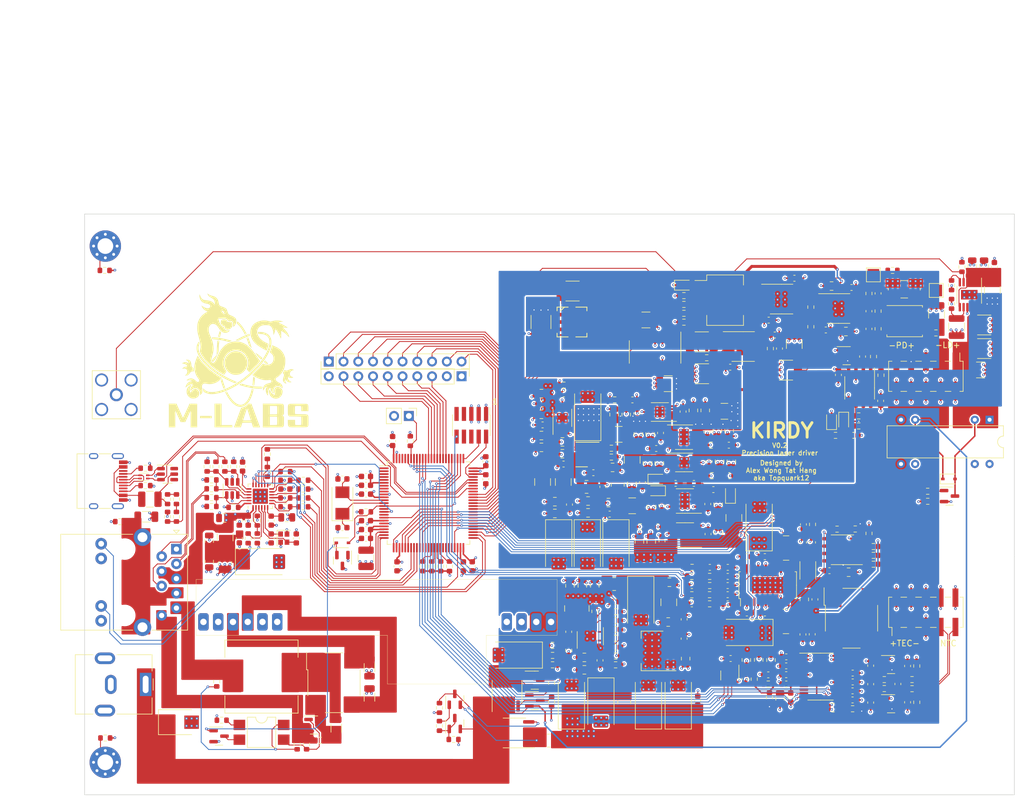
<source format=kicad_pcb>
(kicad_pcb (version 20211014) (generator pcbnew)

  (general
    (thickness 1.6)
  )

  (paper "A4")
  (layers
    (0 "F.Cu" signal)
    (1 "In1.Cu" signal)
    (2 "In2.Cu" signal)
    (31 "B.Cu" signal)
    (32 "B.Adhes" user "B.Adhesive")
    (33 "F.Adhes" user "F.Adhesive")
    (34 "B.Paste" user)
    (35 "F.Paste" user)
    (36 "B.SilkS" user "B.Silkscreen")
    (37 "F.SilkS" user "F.Silkscreen")
    (38 "B.Mask" user)
    (39 "F.Mask" user)
    (40 "Dwgs.User" user "User.Drawings")
    (41 "Cmts.User" user "User.Comments")
    (42 "Eco1.User" user "User.Eco1")
    (43 "Eco2.User" user "User.Eco2")
    (44 "Edge.Cuts" user)
    (45 "Margin" user)
    (46 "B.CrtYd" user "B.Courtyard")
    (47 "F.CrtYd" user "F.Courtyard")
    (48 "B.Fab" user)
    (49 "F.Fab" user)
    (50 "User.1" user)
    (51 "User.2" user)
    (52 "User.3" user)
    (53 "User.4" user)
    (54 "User.5" user)
    (55 "User.6" user)
    (56 "User.7" user)
    (57 "User.8" user)
    (58 "User.9" user)
  )

  (setup
    (stackup
      (layer "F.SilkS" (type "Top Silk Screen"))
      (layer "F.Paste" (type "Top Solder Paste"))
      (layer "F.Mask" (type "Top Solder Mask") (thickness 0.01))
      (layer "F.Cu" (type "copper") (thickness 0.035))
      (layer "dielectric 1" (type "core") (thickness 0.48) (material "FR4") (epsilon_r 4.5) (loss_tangent 0.02))
      (layer "In1.Cu" (type "copper") (thickness 0.035))
      (layer "dielectric 2" (type "prepreg") (thickness 0.48) (material "FR4") (epsilon_r 4.5) (loss_tangent 0.02))
      (layer "In2.Cu" (type "copper") (thickness 0.035))
      (layer "dielectric 3" (type "core") (thickness 0.48) (material "FR4") (epsilon_r 4.5) (loss_tangent 0.02))
      (layer "B.Cu" (type "copper") (thickness 0.035))
      (layer "B.Mask" (type "Bottom Solder Mask") (thickness 0.01))
      (layer "B.Paste" (type "Bottom Solder Paste"))
      (layer "B.SilkS" (type "Bottom Silk Screen"))
      (copper_finish "ENIG")
      (dielectric_constraints no)
    )
    (pad_to_mask_clearance 0)
    (pcbplotparams
      (layerselection 0x00010fc_ffffffff)
      (disableapertmacros false)
      (usegerberextensions true)
      (usegerberattributes false)
      (usegerberadvancedattributes false)
      (creategerberjobfile true)
      (svguseinch false)
      (svgprecision 6)
      (excludeedgelayer true)
      (plotframeref false)
      (viasonmask false)
      (mode 1)
      (useauxorigin false)
      (hpglpennumber 1)
      (hpglpenspeed 20)
      (hpglpendiameter 15.000000)
      (dxfpolygonmode true)
      (dxfimperialunits true)
      (dxfusepcbnewfont true)
      (psnegative false)
      (psa4output false)
      (plotreference false)
      (plotvalue false)
      (plotinvisibletext false)
      (sketchpadsonfab false)
      (subtractmaskfromsilk true)
      (outputformat 1)
      (mirror false)
      (drillshape 0)
      (scaleselection 1)
      (outputdirectory "gerbers")
    )
  )

  (net 0 "")
  (net 1 "+5VA")
  (net 2 "GND")
  (net 3 "Net-(C2-Pad2)")
  (net 4 "Net-(C5-Pad1)")
  (net 5 "Net-(C14-Pad1)")
  (net 6 "Net-(C6-Pad1)")
  (net 7 "+9VA")
  (net 8 "-6V")
  (net 9 "+15V")
  (net 10 "Net-(C13-Pad1)")
  (net 11 "Net-(C13-Pad2)")
  (net 12 "/MCU/PD_MON")
  (net 13 "/driveStage/PD_A")
  (net 14 "Net-(C18-Pad1)")
  (net 15 "Net-(C19-Pad1)")
  (net 16 "+3V3")
  (net 17 "Net-(C21-Pad2)")
  (net 18 "Net-(C22-Pad1)")
  (net 19 "/MCU/VREF")
  (net 20 "+12V")
  (net 21 "Net-(C37-Pad2)")
  (net 22 "Net-(C38-Pad1)")
  (net 23 "Net-(C38-Pad2)")
  (net 24 "Net-(C40-Pad1)")
  (net 25 "Net-(C42-Pad2)")
  (net 26 "Net-(C43-Pad2)")
  (net 27 "-9V")
  (net 28 "IN")
  (net 29 "Net-(C50-Pad1)")
  (net 30 "Net-(C51-Pad1)")
  (net 31 "Net-(C52-Pad1)")
  (net 32 "Net-(C53-Pad1)")
  (net 33 "Net-(C54-Pad1)")
  (net 34 "Net-(C55-Pad1)")
  (net 35 "Net-(C69-Pad1)")
  (net 36 "Net-(C71-Pad1)")
  (net 37 "Net-(C72-Pad1)")
  (net 38 "Net-(C73-Pad1)")
  (net 39 "Net-(C74-Pad1)")
  (net 40 "+9V")
  (net 41 "+8V")
  (net 42 "+3.3VA")
  (net 43 "/thermostat/DAC_REF")
  (net 44 "/thermostat/ADC_REF")
  (net 45 "/thermostat/ADC_A3V3")
  (net 46 "/thermostat/ADC_D3V3")
  (net 47 "Net-(C102-Pad1)")
  (net 48 "Net-(C103-Pad1)")
  (net 49 "Net-(C104-Pad1)")
  (net 50 "/thermostat/MAXV")
  (net 51 "/thermostat/MAXIP")
  (net 52 "/thermostat/MAXIN")
  (net 53 "Net-(C110-Pad1)")
  (net 54 "Net-(C115-Pad1)")
  (net 55 "Net-(C117-Pad1)")
  (net 56 "/MCU/TEC_ISEN")
  (net 57 "Net-(C119-Pad1)")
  (net 58 "/MCU/TEC_VREF")
  (net 59 "Net-(C122-Pad2)")
  (net 60 "Net-(C123-Pad2)")
  (net 61 "Net-(C125-Pad1)")
  (net 62 "+5V")
  (net 63 "Net-(C132-Pad2)")
  (net 64 "Net-(C133-Pad2)")
  (net 65 "Net-(C135-Pad2)")
  (net 66 "Net-(C136-Pad2)")
  (net 67 "Net-(C141-Pad1)")
  (net 68 "Net-(C145-Pad1)")
  (net 69 "Net-(C145-Pad2)")
  (net 70 "Net-(C146-Pad1)")
  (net 71 "Net-(C147-Pad1)")
  (net 72 "Net-(C148-Pad1)")
  (net 73 "Net-(C149-Pad1)")
  (net 74 "Net-(C149-Pad2)")
  (net 75 "Net-(C150-Pad1)")
  (net 76 "Net-(C151-Pad1)")
  (net 77 "Net-(C152-Pad1)")
  (net 78 "Net-(C152-Pad2)")
  (net 79 "Net-(C158-Pad1)")
  (net 80 "Net-(C162-Pad2)")
  (net 81 "Net-(C163-Pad2)")
  (net 82 "Net-(C164-Pad1)")
  (net 83 "/Ehternet/AVDDT_PHY")
  (net 84 "/Ehternet/ETH_SHIELD")
  (net 85 "Net-(D1-Pad2)")
  (net 86 "/MCU/MCU_RSTn")
  (net 87 "/MCU/RST")
  (net 88 "Net-(FB12-Pad1)")
  (net 89 "Net-(FB12-Pad2)")
  (net 90 "/thermostat/TEC+")
  (net 91 "/thermostat/TEC-")
  (net 92 "Net-(C155-Pad1)")
  (net 93 "Net-(C174-Pad2)")
  (net 94 "/MCU/USB_DP")
  (net 95 "/MCU/USB_DN")
  (net 96 "Net-(C175-Pad1)")
  (net 97 "/MCU/SWDIO")
  (net 98 "/MCU/SWCLK")
  (net 99 "unconnected-(J4-Pad6)")
  (net 100 "unconnected-(J4-Pad7)")
  (net 101 "unconnected-(J4-Pad8)")
  (net 102 "unconnected-(J4-Pad9)")
  (net 103 "Net-(J6-Pad1)")
  (net 104 "Net-(J6-Pad2)")
  (net 105 "Net-(J6-Pad3)")
  (net 106 "Net-(J6-Pad6)")
  (net 107 "/Ehternet/POE_VC-")
  (net 108 "/Ehternet/POE_VC+")
  (net 109 "Net-(J6-Pad11)")
  (net 110 "Net-(J6-Pad13)")
  (net 111 "Net-(J7-PadA5)")
  (net 112 "unconnected-(J7-PadA8)")
  (net 113 "Net-(J7-PadB5)")
  (net 114 "unconnected-(J7-PadB8)")
  (net 115 "/driveStage/LD-")
  (net 116 "/thermostat/NTC+")
  (net 117 "/thermostat/NTC-")
  (net 118 "Net-(JP1-Pad1)")
  (net 119 "Net-(L2-Pad1)")
  (net 120 "Net-(L3-Pad1)")
  (net 121 "Net-(Q1-Pad1)")
  (net 122 "Net-(Q2-Pad3)")
  (net 123 "Net-(Q3-Pad1)")
  (net 124 "Net-(Q4-Pad1)")
  (net 125 "Net-(Q5-Pad4)")
  (net 126 "Net-(Q6-Pad1)")
  (net 127 "Net-(C175-Pad2)")
  (net 128 "Net-(R4-Pad2)")
  (net 129 "Net-(C178-Pad1)")
  (net 130 "Net-(R7-Pad2)")
  (net 131 "Net-(C185-Pad1)")
  (net 132 "Net-(C188-Pad1)")
  (net 133 "Net-(R14-Pad2)")
  (net 134 "Net-(R15-Pad2)")
  (net 135 "Net-(R16-Pad2)")
  (net 136 "Net-(R17-Pad2)")
  (net 137 "Net-(C192-Pad1)")
  (net 138 "Net-(D10-Pad2)")
  (net 139 "Net-(R24-Pad2)")
  (net 140 "Net-(R29-Pad2)")
  (net 141 "Net-(R30-Pad2)")
  (net 142 "/MCU/PWM_MAXV")
  (net 143 "/MCU/PWM_MAXIP")
  (net 144 "/MCU/PWM_MAXIN")
  (net 145 "Net-(R41-Pad1)")
  (net 146 "Net-(R42-Pad2)")
  (net 147 "Net-(FL1-Pad1)")
  (net 148 "Net-(R46-Pad2)")
  (net 149 "/MCU/TEC_VSEN")
  (net 150 "Net-(R48-Pad2)")
  (net 151 "Net-(R56-Pad2)")
  (net 152 "Net-(R57-Pad2)")
  (net 153 "Net-(R60-Pad2)")
  (net 154 "Net-(R63-Pad1)")
  (net 155 "Net-(R65-Pad1)")
  (net 156 "Net-(D12-Pad2)")
  (net 157 "/MCU/POE_PWR_SRC")
  (net 158 "/Ehternet/RMII_RXD0")
  (net 159 "Net-(R73-Pad2)")
  (net 160 "/Ehternet/RMII_RXD1")
  (net 161 "Net-(R74-Pad2)")
  (net 162 "/Ehternet/RMII_CRS_DV")
  (net 163 "Net-(R75-Pad2)")
  (net 164 "/Ehternet/RMII_REF_CLK")
  (net 165 "Net-(R76-Pad2)")
  (net 166 "/Ehternet/RMII_MDIO")
  (net 167 "Net-(R82-Pad2)")
  (net 168 "/Ehternet/ETH_LED_1")
  (net 169 "Net-(R84-Pad1)")
  (net 170 "/Ehternet/PHY_TD_P")
  (net 171 "/Ehternet/PHY_TD_N")
  (net 172 "/Ehternet/PHY_RD_P")
  (net 173 "/Ehternet/PHY_RD_N")
  (net 174 "/Ehternet/ETH_LED_2")
  (net 175 "Net-(R94-Pad2)")
  (net 176 "Net-(R95-Pad1)")
  (net 177 "/MCU/USB_VBUS")
  (net 178 "/MCU/LDAC_LOAD")
  (net 179 "/MCU/LDAC_CLK")
  (net 180 "/MCU/LDAC_MOSI")
  (net 181 "/MCU/LDAC_CS")
  (net 182 "/MCU/TADC_SYNC")
  (net 183 "/MCU/TADC_MISO")
  (net 184 "/MCU/TDAC_MOSI")
  (net 185 "/MCU/TADC_CLK")
  (net 186 "/MCU/TDAC_CLK")
  (net 187 "/MCU/TADC_CS")
  (net 188 "/MCU/TDAC_SYNC")
  (net 189 "/MCU/TADC_MOSI")
  (net 190 "Net-(U1-Pad6)")
  (net 191 "unconnected-(U2-Pad1)")
  (net 192 "unconnected-(U2-Pad9)")
  (net 193 "unconnected-(U2-Pad13)")
  (net 194 "unconnected-(U7-Pad1)")
  (net 195 "unconnected-(U7-Pad2)")
  (net 196 "unconnected-(U7-Pad3)")
  (net 197 "unconnected-(U7-Pad4)")
  (net 198 "unconnected-(U7-Pad5)")
  (net 199 "unconnected-(U7-Pad7)")
  (net 200 "unconnected-(U7-Pad8)")
  (net 201 "unconnected-(U7-Pad9)")
  (net 202 "unconnected-(U7-Pad15)")
  (net 203 "/Ehternet/RMII_MDC")
  (net 204 "/Ehternet/PHY_NRST")
  (net 205 "/MCU/TEC_SHDN")
  (net 206 "unconnected-(U7-Pad37)")
  (net 207 "unconnected-(U7-Pad38)")
  (net 208 "unconnected-(U7-Pad45)")
  (net 209 "unconnected-(U7-Pad46)")
  (net 210 "/Ehternet/RMII_TX_EN")
  (net 211 "/Ehternet/RMII_TXD0")
  (net 212 "/Ehternet/RMII_TXD1")
  (net 213 "Net-(J2-Pad3)")
  (net 214 "Net-(J2-Pad4)")
  (net 215 "Net-(J2-Pad5)")
  (net 216 "Net-(J2-Pad6)")
  (net 217 "Net-(J2-Pad7)")
  (net 218 "Net-(J2-Pad8)")
  (net 219 "Net-(J2-Pad9)")
  (net 220 "Net-(J3-Pad2)")
  (net 221 "Net-(J3-Pad3)")
  (net 222 "Net-(J3-Pad4)")
  (net 223 "unconnected-(U7-Pad67)")
  (net 224 "unconnected-(U7-Pad69)")
  (net 225 "Net-(J3-Pad5)")
  (net 226 "Net-(J3-Pad6)")
  (net 227 "Net-(J3-Pad7)")
  (net 228 "Net-(J3-Pad8)")
  (net 229 "Net-(J3-Pad9)")
  (net 230 "Net-(J3-Pad10)")
  (net 231 "unconnected-(K1-Pad14)")
  (net 232 "unconnected-(U7-Pad96)")
  (net 233 "unconnected-(U7-Pad97)")
  (net 234 "unconnected-(U7-Pad98)")
  (net 235 "unconnected-(U9-Pad1)")
  (net 236 "unconnected-(U9-Pad3)")
  (net 237 "unconnected-(U9-Pad6)")
  (net 238 "unconnected-(U9-Pad7)")
  (net 239 "unconnected-(U9-Pad12)")
  (net 240 "unconnected-(U10-Pad5)")
  (net 241 "unconnected-(U11-Pad4)")
  (net 242 "Net-(Q7-Pad1)")
  (net 243 "unconnected-(U13-Pad5)")
  (net 244 "unconnected-(U14-Pad4)")
  (net 245 "unconnected-(U15-Pad4)")
  (net 246 "unconnected-(U15-Pad7)")
  (net 247 "unconnected-(U16-Pad4)")
  (net 248 "unconnected-(U18-Pad9)")
  (net 249 "unconnected-(U18-Pad10)")
  (net 250 "unconnected-(U18-Pad19)")
  (net 251 "unconnected-(U18-Pad20)")
  (net 252 "Net-(U19-Pad5)")
  (net 253 "unconnected-(U22-Pad14)")
  (net 254 "Net-(R1-Pad2)")
  (net 255 "Net-(R7-Pad1)")
  (net 256 "Net-(R11-Pad2)")
  (net 257 "/MCU/LD_EN")
  (net 258 "Net-(R100-Pad2)")
  (net 259 "unconnected-(U28-Pad4)")
  (net 260 "unconnected-(U28-Pad6)")
  (net 261 "Net-(R101-Pad2)")
  (net 262 "Net-(J3-Pad1)")
  (net 263 "Net-(H1-Pad1)")
  (net 264 "Net-(H2-Pad1)")
  (net 265 "/MCU/~{LD_SHORT}")
  (net 266 "Net-(SW1-Pad4)")
  (net 267 "unconnected-(U7-Pad17)")
  (net 268 "unconnected-(U7-Pad43)")
  (net 269 "unconnected-(U7-Pad44)")
  (net 270 "unconnected-(U24-Pad1)")
  (net 271 "unconnected-(U24-Pad2)")
  (net 272 "unconnected-(U24-Pad5)")
  (net 273 "unconnected-(U24-Pad6)")
  (net 274 "Net-(FL3-Pad1)")
  (net 275 "Net-(FL3-Pad4)")
  (net 276 "12Vin")
  (net 277 "Net-(C70-Pad1)")
  (net 278 "Net-(C35-Pad1)")
  (net 279 "Net-(L8-Pad1)")
  (net 280 "Net-(Q8-Pad1)")
  (net 281 "Net-(Q10-Pad3)")
  (net 282 "Net-(Q10-Pad1)")

  (footprint "Connector_RJ:RJ45_Abracon_ARJP11A-MA_Horizontal" (layer "F.Cu") (at 15.7964 57.6926 -90))

  (footprint "Resistor_SMD:R_0603_1608Metric" (layer "F.Cu") (at 34.544 45.8338 180))

  (footprint "Resistor_SMD:R_0603_1608Metric" (layer "F.Cu") (at 38.2016 91.3384 90))

  (footprint "Resistor_SMD:R_0603_1608Metric" (layer "F.Cu") (at 80.5302 77.6224))

  (footprint "Capacitor_SMD:C_0603_1608Metric" (layer "F.Cu") (at 34.544 47.3578))

  (footprint "Capacitor_SMD:C_0603_1608Metric" (layer "F.Cu") (at 135.2804 80.9498 90))

  (footprint "Package_TO_SOT_SMD:SOT-23" (layer "F.Cu") (at 77.47 83.7692))

  (footprint "Capacitor_SMD:C_0805_2012Metric" (layer "F.Cu") (at 103.4288 76.5556 -90))

  (footprint "Inductor_SMD:L_1210_3225Metric" (layer "F.Cu") (at 48.428 59.2818 90))

  (footprint "Capacitor_SMD:C_0603_1608Metric" (layer "F.Cu") (at 104.4956 63.9706 180))

  (footprint "Capacitor_SMD:C_0603_1608Metric" (layer "F.Cu") (at 78.8126 36.3114 180))

  (footprint "Package_QFP:LQFP-100_14x14mm_P0.5mm" (layer "F.Cu") (at 59.182 49.7798))

  (footprint "Capacitor_SMD:C_0603_1608Metric" (layer "F.Cu") (at 104.4956 67.1332 180))

  (footprint "Resistor_SMD:R_0603_1608Metric" (layer "F.Cu") (at 37.6308 47.3578 180))

  (footprint "Inductor_SMD:L_1008_2520Metric" (layer "F.Cu") (at 91.7448 46.6344 -90))

  (footprint "Capacitor_SMD:C_0603_1608Metric" (layer "F.Cu") (at 110.6875 60.8397))

  (footprint "Capacitor_SMD:C_0805_2012Metric" (layer "F.Cu") (at 94.1832 46.3922 -90))

  (footprint "Resistor_SMD:R_0603_1608Metric" (layer "F.Cu") (at 115.239 80.0856 -90))

  (footprint "Resistor_SMD:R_0603_1608Metric" (layer "F.Cu") (at 37.6308 45.8338 180))

  (footprint "Resistor_SMD:R_0603_1608Metric" (layer "F.Cu") (at 132.1684 85.191))

  (footprint "Resistor_SMD:R_0603_1608Metric" (layer "F.Cu") (at 104.4956 62.3984))

  (footprint "Resistor_SMD:R_0603_1608Metric" (layer "F.Cu") (at 63.5 90.4748))

  (footprint "Capacitor_SMD:C_0603_1608Metric" (layer "F.Cu") (at 134.9756 19.7734 -90))

  (footprint "Capacitor_SMD:C_0603_1608Metric" (layer "F.Cu") (at 99.3394 50.1786 90))

  (footprint "Diode_SMD:D_SMB" (layer "F.Cu") (at 16.256 87.503))

  (footprint "Capacitor_SMD:C_0603_1608Metric" (layer "F.Cu") (at 78.8126 32.7046 180))

  (footprint "Resistor_SMD:R_0603_1608Metric" (layer "F.Cu") (at 21.844 50.355))

  (footprint "Resistor_SMD:R_0603_1608Metric" (layer "F.Cu") (at 145.0848 47.7352))

  (footprint "Inductor_SMD:L_Wuerth_WE-PD-Typ-LS" (layer "F.Cu") (at 30.4348 79.6428))

  (footprint "Capacitor_SMD:C_0805_2012Metric" (layer "F.Cu") (at 82.2198 41.2662 180))

  (footprint "Package_SO:SOIC-8-1EP_3.9x4.9mm_P1.27mm_EP2.29x3mm" (layer "F.Cu") (at 119.9378 14.6424))

  (footprint "Capacitor_SMD:C_0805_2012Metric" (layer "F.Cu") (at 86.0044 76.3524 180))

  (footprint "Package_TO_SOT_SMD:SOT-23-6" (layer "F.Cu") (at 25.4 47.2562 90))

  (footprint "Connector_BarrelJack:BarrelJack_CUI_PJ-063AH_Horizontal" (layer "F.Cu") (at 10.5 81 -90))

  (footprint "Capacitor_SMD:C_1812_4532Metric" (layer "F.Cu") (at 154.813 23.1648))

  (footprint "Resistor_SMD:R_0603_1608Metric" (layer "F.Cu") (at 104.5423 60.8397))

  (footprint "Resistor_SMD:R_0603_1608Metric" (layer "F.Cu") (at 107.823 39.7994))

  (footprint "Capacitor_SMD:C_0603_1608Metric" (layer "F.Cu") (at 117.6528 79.3496 180))

  (footprint "Capacitor_SMD:C_0603_1608Metric" (layer "F.Cu") (at 99.1108 37.6936 -90))

  (footprint "Capacitor_SMD:C_0603_1608Metric" (layer "F.Cu") (at 113.652 80.0602 -90))

  (footprint "Capacitor_SMD:C_0603_1608Metric" (layer "F.Cu") (at 94.2718 32.004))

  (footprint "Capacitor_SMD:C_0805_2012Metric" (layer "F.Cu") (at 154.7876 8.9154 90))

  (footprint "Resistor_SMD:R_0603_1608Metric" (layer "F.Cu") (at 14.2748 52.1208 -90))

  (footprint "Capacitor_SMD:C_1210_3225Metric" (layer "F.Cu") (at 146.6088 17.2212 90))

  (footprint "Resistor_SMD:R_0603_1608Metric" (layer "F.Cu") (at 107.5514 65.5454))

  (footprint "Resistor_SMD:R_0603_1608Metric" (layer "F.Cu")
    (tedit 5F68FEEE) (tstamp 19ddef3f-6660-4ae6-accb-b5e6312ee48b)
    (at 90.6526 41.8474 180)
    (descr "Resistor SMD 0603 (1608 Metric), square (rectangular) end terminal, IPC_7351 nominal, (Body size source: IPC-SM-782 page 72, https://www.pcb-3d.com/wordpress/wp-content/uploads/ipc-sm-782a_amendment_1_and_2.pdf), generated with kicad-footprint-generator")
    (tags "resistor")
    (property "MFR_PN" "CR0603-FX-3322ELF")
    (property "MFR_PN_ALT" "RC0603FR-0733K2L")
    (property "Sheetfile" "asupply.kicad_sch")
    (property "Sheetname" "analog supply")
    (path "/ce1698cd-b99b-406e-8c10-58c1e24b12e9/b8db205c-d5a7-4025-bfb0-51754d083d75")
    (attr smd)
    (fp_text reference "R29" (at 0 -1.43) (layer "F.SilkS") hide
      (effects (font (size 1 1) (thickness 0.15)))
      (tstamp e58c7e0f-1122-47ce-ac68-ed690d5b838f)
    )
    (fp_text value "33k2" (at 0 1.43) (layer "F.Fab")
      (effects (font (size 1 1) (thickness 0.15)))
      (tstamp 48c2ad59-bbc7-4cb8-b22f-87d6c6587d5f)
    )
    (fp_text user "${REFERENCE}" (at 0 0) (layer "F.Fab")
      (effects (font (size 0.4 0.4) (thickness 0.06)))
      (tstamp 2f385c49-0934-4a5e-939e-e94d96f7211e)
    )
    (fp_line (start -0.237258 0.5225) (end 0.237258 0.5225) (layer "F.SilkS") (width 0.12) (tstamp 61080fe1-36fa-462f-ba58-179e43f68295))
    (fp_line (start -0.237258 -0.5225) (end 0.237258 -0.5225) (layer "F.SilkS") (width 0.12) (tstamp 6d2b1ed7-f381-4335-932f-b17e22b552db))
    (fp_line (start 1.48 -0.73) (end 1.48 0.73) (layer "F.CrtYd") (width 0.05) (tstamp 08212fcb-aae1-4906-a778-a62f7effb59c))
    (fp_line (start -1.48 0.73) (end -1.48 -0.73) (layer "F.CrtYd") (width 0.05) (tstamp 30211f4c-6945-4332-b8a7-c5c32dd3451f))
    (fp_line (start 1.48 0.73) (end -1.48 0.73) (layer "F.CrtYd") (width 0.05) (tstamp 4c78f0b9-6a01-4955-9b25-fb3a5ae7e97f
... [4941561 chars truncated]
</source>
